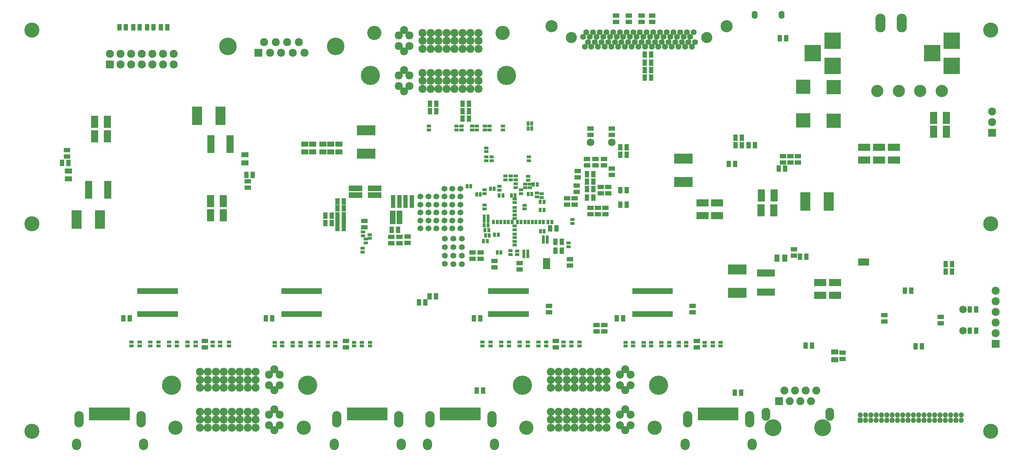
<source format=gbs>
G04 (created by PCBNEW (2013-07-07 BZR 4022)-stable) date 6/4/2014 10:32:15 AM*
%MOIN*%
G04 Gerber Fmt 3.4, Leading zero omitted, Abs format*
%FSLAX34Y34*%
G01*
G70*
G90*
G04 APERTURE LIST*
%ADD10C,0.00590551*%
%ADD11C,0.165748*%
%ADD12R,0.075748X0.075748*%
%ADD13C,0.075748*%
%ADD14C,0.115748*%
%ADD15R,0.133848X0.133858*%
%ADD16C,0.0551181*%
%ADD17C,0.104331*%
%ADD18C,0.114173*%
%ADD19C,0.141752*%
%ADD20C,0.159448*%
%ADD21R,0.074848X0.074848*%
%ADD22C,0.074848*%
%ADD23O,0.0826772X0.122047*%
%ADD24R,0.060748X0.040748*%
%ADD25O,0.095748X0.175748*%
%ADD26R,0.040748X0.060748*%
%ADD27R,0.070748X0.165748*%
%ADD28R,0.065748X0.115748*%
%ADD29R,0.070748X0.050748*%
%ADD30R,0.095748X0.175748*%
%ADD31C,0.181102*%
%ADD32C,0.133858*%
%ADD33R,0.025948X0.055148*%
%ADD34R,0.025948X0.0551181*%
%ADD35R,0.035748X0.051748*%
%ADD36R,0.051748X0.035748*%
%ADD37R,0.039348X0.031448*%
%ADD38R,0.031448X0.039348*%
%ADD39O,0.0551181X0.075748*%
%ADD40C,0.071748*%
%ADD41C,0.055748*%
%ADD42R,0.028748X0.124016*%
%ADD43O,0.0866142X0.153543*%
%ADD44O,0.0866142X0.108268*%
%ADD45R,0.115748X0.065748*%
%ADD46R,0.050748X0.070748*%
%ADD47R,0.165748X0.070748*%
%ADD48R,0.065748X0.053748*%
%ADD49R,0.153548X0.153548*%
%ADD50R,0.175748X0.095748*%
%ADD51R,0.053748X0.065748*%
%ADD52R,0.049748X0.049748*%
%ADD53C,0.049748*%
%ADD54C,0.050748*%
G04 APERTURE END LIST*
G54D10*
G54D11*
X39734Y-20815D03*
X29606Y-20815D03*
G54D12*
X32456Y-21422D03*
G54D13*
X33556Y-21422D03*
X34606Y-21422D03*
X35706Y-21422D03*
X36806Y-21422D03*
X33006Y-20422D03*
X34106Y-20422D03*
X35156Y-20422D03*
X36256Y-20422D03*
G54D14*
X90660Y-25030D03*
X92687Y-25030D03*
X94695Y-25030D03*
X96722Y-25030D03*
G54D15*
X86580Y-24655D03*
X86580Y-27804D03*
X83700Y-24625D03*
X83700Y-27774D03*
G54D16*
X63308Y-19472D03*
X63938Y-19472D03*
X64568Y-19472D03*
X65198Y-19472D03*
X65828Y-19472D03*
X66458Y-19472D03*
X67088Y-19472D03*
X67718Y-19472D03*
X68348Y-19472D03*
X68978Y-19472D03*
X69607Y-19472D03*
X70237Y-19472D03*
X70867Y-19472D03*
X71497Y-19472D03*
X72127Y-19472D03*
X72757Y-19472D03*
X73387Y-19472D03*
X73080Y-19924D03*
X72450Y-19924D03*
X71820Y-19924D03*
X71190Y-19924D03*
X70560Y-19924D03*
X69930Y-19924D03*
X69300Y-19924D03*
X68670Y-19924D03*
X68040Y-19924D03*
X67410Y-19924D03*
X66780Y-19924D03*
X66150Y-19924D03*
X65520Y-19924D03*
X64891Y-19924D03*
X64261Y-19924D03*
X63631Y-19924D03*
X63001Y-19924D03*
X63466Y-20397D03*
X64096Y-20397D03*
X64726Y-20397D03*
X65355Y-20397D03*
X65985Y-20397D03*
X66615Y-20397D03*
X67245Y-20397D03*
X67875Y-20397D03*
X68505Y-20397D03*
X69135Y-20397D03*
X69765Y-20397D03*
X70395Y-20397D03*
X71025Y-20397D03*
X71655Y-20397D03*
X72285Y-20397D03*
X72915Y-20397D03*
X73544Y-20397D03*
X73230Y-20850D03*
X72600Y-20850D03*
X71970Y-20850D03*
X71340Y-20850D03*
X70080Y-20850D03*
X68190Y-20850D03*
X67560Y-20850D03*
X66930Y-20850D03*
X66300Y-20850D03*
X65670Y-20850D03*
X65040Y-20850D03*
X64410Y-20850D03*
X63780Y-20850D03*
X63150Y-20850D03*
G54D17*
X74635Y-19964D03*
X61909Y-19964D03*
G54D18*
X60030Y-18930D03*
X76515Y-18930D03*
G54D16*
X70710Y-20850D03*
X68820Y-20850D03*
X69450Y-20850D03*
G54D19*
X11168Y-37508D03*
X101331Y-37508D03*
G54D20*
X85523Y-56698D03*
X80850Y-56698D03*
G54D21*
X81435Y-54198D03*
G54D22*
X81935Y-53198D03*
X82435Y-54198D03*
X82935Y-53198D03*
X83435Y-54198D03*
X83935Y-53198D03*
X84435Y-54198D03*
X84935Y-53198D03*
G54D23*
X80185Y-55454D03*
X86185Y-55454D03*
G54D24*
X61750Y-41450D03*
X61750Y-40850D03*
G54D25*
X90962Y-18600D03*
X92962Y-18600D03*
G54D24*
X14450Y-30565D03*
X14450Y-31165D03*
G54D26*
X14000Y-31765D03*
X14600Y-31765D03*
G54D27*
X16500Y-34315D03*
X18300Y-34315D03*
G54D28*
X18250Y-29265D03*
X17050Y-29265D03*
X18250Y-27915D03*
X17050Y-27915D03*
G54D29*
X14600Y-33290D03*
X14600Y-32540D03*
G54D30*
X15360Y-37105D03*
X17560Y-37105D03*
G54D13*
X59950Y-52950D03*
X60700Y-52950D03*
X61450Y-52950D03*
X62200Y-52950D03*
X62950Y-52950D03*
X63700Y-52950D03*
X64450Y-52950D03*
X65200Y-52950D03*
X59950Y-52200D03*
X60700Y-52200D03*
X61450Y-52200D03*
X62200Y-52200D03*
X62950Y-52200D03*
X63700Y-52200D03*
X64450Y-52200D03*
X65200Y-52200D03*
X60700Y-51450D03*
X61450Y-51450D03*
X62200Y-51450D03*
X62950Y-51450D03*
X63700Y-51450D03*
X59950Y-51450D03*
X64450Y-51450D03*
X65200Y-51450D03*
X59950Y-55210D03*
X60700Y-55210D03*
X61450Y-55210D03*
X62200Y-55210D03*
X62950Y-55210D03*
X63700Y-55210D03*
X64450Y-55210D03*
X65200Y-55210D03*
X59950Y-55960D03*
X60700Y-55960D03*
X61450Y-55960D03*
X62200Y-55960D03*
X62950Y-55960D03*
X63700Y-55960D03*
X64450Y-55960D03*
X65200Y-55960D03*
X59950Y-56710D03*
X60700Y-56710D03*
X61450Y-56710D03*
X62200Y-56710D03*
X62950Y-56710D03*
X63700Y-56710D03*
X64450Y-56710D03*
X65200Y-56710D03*
X66950Y-51206D03*
X66950Y-53194D03*
X66950Y-54966D03*
X66950Y-56954D03*
X66450Y-51706D03*
X67450Y-51706D03*
X66450Y-55466D03*
X67450Y-55466D03*
X66450Y-52706D03*
X66450Y-56466D03*
X67450Y-52706D03*
X67450Y-56466D03*
G54D31*
X70097Y-52706D03*
X57302Y-52706D03*
G54D32*
X57656Y-56710D03*
X69743Y-56710D03*
G54D33*
X54211Y-43863D03*
X54408Y-43863D03*
X54605Y-43863D03*
G54D34*
X54801Y-43863D03*
G54D33*
X54998Y-43863D03*
X55195Y-43863D03*
X55392Y-43863D03*
X55589Y-43863D03*
X55786Y-43863D03*
X55983Y-43863D03*
X56179Y-43863D03*
X56376Y-43863D03*
X56573Y-43863D03*
X56770Y-43863D03*
X56967Y-43863D03*
X57164Y-43863D03*
X57360Y-43863D03*
X57557Y-43863D03*
X57754Y-43863D03*
X56967Y-46028D03*
X57164Y-46028D03*
X57360Y-46028D03*
X57557Y-46028D03*
X56770Y-46028D03*
X56573Y-46028D03*
X56376Y-46028D03*
X56179Y-46028D03*
X55983Y-46028D03*
X55786Y-46028D03*
X55589Y-46028D03*
X55392Y-46028D03*
X55195Y-46028D03*
X54998Y-46028D03*
X54801Y-46028D03*
X57754Y-46028D03*
X54605Y-46028D03*
X54408Y-46028D03*
X54211Y-46028D03*
G54D24*
X45718Y-38737D03*
X45718Y-39337D03*
X44957Y-39333D03*
X44957Y-38733D03*
X46501Y-39312D03*
X46501Y-38712D03*
G54D26*
X44999Y-38088D03*
X45599Y-38088D03*
G54D24*
X42435Y-37259D03*
X42435Y-37859D03*
G54D26*
X40500Y-37300D03*
X39900Y-37300D03*
X40500Y-37900D03*
X39900Y-37900D03*
G54D35*
X41128Y-34814D03*
X41128Y-34186D03*
X41443Y-34814D03*
X41443Y-34186D03*
X41757Y-34814D03*
X41757Y-34186D03*
X42072Y-34814D03*
X42072Y-34186D03*
G54D36*
X45722Y-37384D03*
X45094Y-37384D03*
X45722Y-37069D03*
X45094Y-37069D03*
X45722Y-36755D03*
X45094Y-36755D03*
X45722Y-36440D03*
X45094Y-36440D03*
G54D26*
X39900Y-36700D03*
X40500Y-36700D03*
X39903Y-36054D03*
X40503Y-36054D03*
X39903Y-35406D03*
X40503Y-35406D03*
X45720Y-35100D03*
X45120Y-35100D03*
G54D35*
X42928Y-34814D03*
X42928Y-34186D03*
X43243Y-34814D03*
X43243Y-34186D03*
X43557Y-34814D03*
X43557Y-34186D03*
X43872Y-34814D03*
X43872Y-34186D03*
G54D26*
X45720Y-35700D03*
X45120Y-35700D03*
G54D37*
X42267Y-39829D03*
X42267Y-40183D03*
X42567Y-39299D03*
X42567Y-38945D03*
X42295Y-38295D03*
X42295Y-38649D03*
X42947Y-38531D03*
X42947Y-38885D03*
G54D26*
X20350Y-46415D03*
X19750Y-46415D03*
X66770Y-46399D03*
X66170Y-46399D03*
G54D24*
X65700Y-28550D03*
X65700Y-29150D03*
X64150Y-31400D03*
X64150Y-32000D03*
X64950Y-31400D03*
X64950Y-32000D03*
X65700Y-32300D03*
X65700Y-32900D03*
X63350Y-31400D03*
X63350Y-32000D03*
G54D26*
X33780Y-46410D03*
X33180Y-46410D03*
G54D24*
X63700Y-29150D03*
X63700Y-28550D03*
X65350Y-34650D03*
X65350Y-34050D03*
G54D26*
X63358Y-35046D03*
X63958Y-35046D03*
G54D24*
X62400Y-34500D03*
X62400Y-33900D03*
X62500Y-32550D03*
X62500Y-33150D03*
G54D26*
X20700Y-19000D03*
X21300Y-19000D03*
X19400Y-19000D03*
X20000Y-19000D03*
X22000Y-19000D03*
X22600Y-19000D03*
G54D24*
X82832Y-39919D03*
X82832Y-40519D03*
G54D26*
X66500Y-34350D03*
X67100Y-34350D03*
G54D24*
X64400Y-36000D03*
X64400Y-36600D03*
X63700Y-36000D03*
X63700Y-36600D03*
G54D26*
X63950Y-32850D03*
X63350Y-32850D03*
X61000Y-39200D03*
X60400Y-39200D03*
G54D24*
X62200Y-35100D03*
X62200Y-35700D03*
X61500Y-35700D03*
X61500Y-35100D03*
G54D26*
X63950Y-33550D03*
X63350Y-33550D03*
X63950Y-34250D03*
X63350Y-34250D03*
X67100Y-35700D03*
X66500Y-35700D03*
G54D24*
X73700Y-48543D03*
X73700Y-49143D03*
X60429Y-48540D03*
X60429Y-49140D03*
X40701Y-48549D03*
X40701Y-49149D03*
X27439Y-48540D03*
X27439Y-49140D03*
G54D38*
X59277Y-37350D03*
X58923Y-37350D03*
G54D37*
X58673Y-34619D03*
X58673Y-34973D03*
X59093Y-34692D03*
X59093Y-35046D03*
G54D38*
X57793Y-40136D03*
X57439Y-40136D03*
G54D37*
X56680Y-33377D03*
X56680Y-33023D03*
G54D38*
X59273Y-38800D03*
X59627Y-38800D03*
G54D37*
X53749Y-35748D03*
X53749Y-36102D03*
G54D38*
X54057Y-37209D03*
X53703Y-37209D03*
X57793Y-40552D03*
X57439Y-40552D03*
G54D37*
X57182Y-34667D03*
X57182Y-34313D03*
G54D38*
X58963Y-36200D03*
X59317Y-36200D03*
X54917Y-40222D03*
X55271Y-40222D03*
X58994Y-38222D03*
X59348Y-38222D03*
G54D39*
X81653Y-17862D03*
X79121Y-17862D03*
G54D40*
X63691Y-29852D03*
X65691Y-29852D03*
G54D33*
X67756Y-43863D03*
X67953Y-43863D03*
X68150Y-43863D03*
G54D34*
X68347Y-43863D03*
G54D33*
X68544Y-43863D03*
X68741Y-43863D03*
X68938Y-43863D03*
X69134Y-43863D03*
X69331Y-43863D03*
X69528Y-43863D03*
X69725Y-43863D03*
X69922Y-43863D03*
X70119Y-43863D03*
X70316Y-43863D03*
X70512Y-43863D03*
X70709Y-43863D03*
X70906Y-43863D03*
X71103Y-43863D03*
X71300Y-43863D03*
X70512Y-46028D03*
X70709Y-46028D03*
X70906Y-46028D03*
X71103Y-46028D03*
X70316Y-46028D03*
X70119Y-46028D03*
X69922Y-46028D03*
X69725Y-46028D03*
X69528Y-46028D03*
X69331Y-46028D03*
X69134Y-46028D03*
X68938Y-46028D03*
X68741Y-46028D03*
X68544Y-46028D03*
X68347Y-46028D03*
X71300Y-46028D03*
X68150Y-46028D03*
X67953Y-46028D03*
X67756Y-46028D03*
X21211Y-43863D03*
X21407Y-43863D03*
X21604Y-43863D03*
G54D34*
X21801Y-43863D03*
G54D33*
X21998Y-43863D03*
X22195Y-43863D03*
X22392Y-43863D03*
X22589Y-43863D03*
X22785Y-43863D03*
X22982Y-43863D03*
X23179Y-43863D03*
X23376Y-43863D03*
X23573Y-43863D03*
X23770Y-43863D03*
X23967Y-43863D03*
X24163Y-43863D03*
X24360Y-43863D03*
X24557Y-43863D03*
X24754Y-43863D03*
X23967Y-46028D03*
X24163Y-46028D03*
X24360Y-46028D03*
X24557Y-46028D03*
X23770Y-46028D03*
X23573Y-46028D03*
X23376Y-46028D03*
X23179Y-46028D03*
X22982Y-46028D03*
X22785Y-46028D03*
X22589Y-46028D03*
X22392Y-46028D03*
X22195Y-46028D03*
X21998Y-46028D03*
X21801Y-46028D03*
X24754Y-46028D03*
X21604Y-46028D03*
X21407Y-46028D03*
X21211Y-46028D03*
X34756Y-43863D03*
X34953Y-43863D03*
X35150Y-43863D03*
G54D34*
X35347Y-43863D03*
G54D33*
X35544Y-43863D03*
X35741Y-43863D03*
X35938Y-43863D03*
X36134Y-43863D03*
X36331Y-43863D03*
X36528Y-43863D03*
X36725Y-43863D03*
X36922Y-43863D03*
X37119Y-43863D03*
X37316Y-43863D03*
X37512Y-43863D03*
X37709Y-43863D03*
X37906Y-43863D03*
X38103Y-43863D03*
X38300Y-43863D03*
X37512Y-46028D03*
X37709Y-46028D03*
X37906Y-46028D03*
X38103Y-46028D03*
X37316Y-46028D03*
X37119Y-46028D03*
X36922Y-46028D03*
X36725Y-46028D03*
X36528Y-46028D03*
X36331Y-46028D03*
X36134Y-46028D03*
X35938Y-46028D03*
X35741Y-46028D03*
X35544Y-46028D03*
X35347Y-46028D03*
X38300Y-46028D03*
X35150Y-46028D03*
X34953Y-46028D03*
X34756Y-46028D03*
G54D38*
X54130Y-38127D03*
X53776Y-38127D03*
X53993Y-39148D03*
X53639Y-39148D03*
X54057Y-36837D03*
X53703Y-36837D03*
X54925Y-37355D03*
X54571Y-37355D03*
G54D41*
X50700Y-34200D03*
X48450Y-37200D03*
X49200Y-37200D03*
X48450Y-36450D03*
X50800Y-39700D03*
X49200Y-37950D03*
X51600Y-38900D03*
X49950Y-37200D03*
X51450Y-34950D03*
X50700Y-35700D03*
X51450Y-35700D03*
X51450Y-37200D03*
X49950Y-34950D03*
X51450Y-34200D03*
X49950Y-34200D03*
X49950Y-35700D03*
X50700Y-34950D03*
X50700Y-36450D03*
X48450Y-34950D03*
X50700Y-37950D03*
X49950Y-37950D03*
X49200Y-34950D03*
X51450Y-36450D03*
X49200Y-35700D03*
X49950Y-36450D03*
X47700Y-34950D03*
X51450Y-37950D03*
X50700Y-37200D03*
X50800Y-38900D03*
X50000Y-39700D03*
X51600Y-40500D03*
X51600Y-39700D03*
X50800Y-40500D03*
X47700Y-36450D03*
X47700Y-37200D03*
X49200Y-36450D03*
X48450Y-35700D03*
X47700Y-35700D03*
X49993Y-41296D03*
X50000Y-38900D03*
X50803Y-41301D03*
X50000Y-40500D03*
X51600Y-41300D03*
X47700Y-37950D03*
X48450Y-37950D03*
G54D38*
X54681Y-38563D03*
X55035Y-38563D03*
X54173Y-38628D03*
X53819Y-38628D03*
X53340Y-34731D03*
X52986Y-34731D03*
G54D13*
X53150Y-23300D03*
X52400Y-23300D03*
X51650Y-23300D03*
X50900Y-23300D03*
X50150Y-23300D03*
X49400Y-23300D03*
X48650Y-23300D03*
X47900Y-23300D03*
X53150Y-24050D03*
X52400Y-24050D03*
X51650Y-24050D03*
X50900Y-24050D03*
X50150Y-24050D03*
X49400Y-24050D03*
X48650Y-24050D03*
X47900Y-24050D03*
X52400Y-24800D03*
X51650Y-24800D03*
X50900Y-24800D03*
X50150Y-24800D03*
X49400Y-24800D03*
X53150Y-24800D03*
X48650Y-24800D03*
X47900Y-24800D03*
X53150Y-21040D03*
X52400Y-21040D03*
X51650Y-21040D03*
X50900Y-21040D03*
X50150Y-21040D03*
X49400Y-21040D03*
X48650Y-21040D03*
X47900Y-21040D03*
X53150Y-20290D03*
X52400Y-20290D03*
X51650Y-20290D03*
X50900Y-20290D03*
X50150Y-20290D03*
X49400Y-20290D03*
X48650Y-20290D03*
X47900Y-20290D03*
X53150Y-19540D03*
X52400Y-19540D03*
X51650Y-19540D03*
X50900Y-19540D03*
X50150Y-19540D03*
X49400Y-19540D03*
X48650Y-19540D03*
X47900Y-19540D03*
X46150Y-25044D03*
X46150Y-23056D03*
X46150Y-21284D03*
X46150Y-19296D03*
X46650Y-24544D03*
X45650Y-24544D03*
X46650Y-20784D03*
X45650Y-20784D03*
X46650Y-23544D03*
X46650Y-19784D03*
X45650Y-23544D03*
X45650Y-19784D03*
G54D31*
X43002Y-23544D03*
X55797Y-23544D03*
G54D32*
X55443Y-19540D03*
X43356Y-19540D03*
G54D26*
X53336Y-46399D03*
X52736Y-46399D03*
G54D13*
X26950Y-52950D03*
X27700Y-52950D03*
X28450Y-52950D03*
X29200Y-52950D03*
X29950Y-52950D03*
X30700Y-52950D03*
X31450Y-52950D03*
X32200Y-52950D03*
X26950Y-52200D03*
X27700Y-52200D03*
X28450Y-52200D03*
X29200Y-52200D03*
X29950Y-52200D03*
X30700Y-52200D03*
X31450Y-52200D03*
X32200Y-52200D03*
X27700Y-51450D03*
X28450Y-51450D03*
X29200Y-51450D03*
X29950Y-51450D03*
X30700Y-51450D03*
X26950Y-51450D03*
X31450Y-51450D03*
X32200Y-51450D03*
X26950Y-55210D03*
X27700Y-55210D03*
X28450Y-55210D03*
X29200Y-55210D03*
X29950Y-55210D03*
X30700Y-55210D03*
X31450Y-55210D03*
X32200Y-55210D03*
X26950Y-55960D03*
X27700Y-55960D03*
X28450Y-55960D03*
X29200Y-55960D03*
X29950Y-55960D03*
X30700Y-55960D03*
X31450Y-55960D03*
X32200Y-55960D03*
X26950Y-56710D03*
X27700Y-56710D03*
X28450Y-56710D03*
X29200Y-56710D03*
X29950Y-56710D03*
X30700Y-56710D03*
X31450Y-56710D03*
X32200Y-56710D03*
X33950Y-51206D03*
X33950Y-53194D03*
X33950Y-54966D03*
X33950Y-56954D03*
X33450Y-51706D03*
X34450Y-51706D03*
X33450Y-55466D03*
X34450Y-55466D03*
X33450Y-52706D03*
X33450Y-56466D03*
X34450Y-52706D03*
X34450Y-56466D03*
G54D31*
X37097Y-52706D03*
X24302Y-52706D03*
G54D32*
X24656Y-56710D03*
X36743Y-56710D03*
G54D42*
X18450Y-55414D03*
X18253Y-55414D03*
X18056Y-55414D03*
X17859Y-55414D03*
X17662Y-55414D03*
X17465Y-55414D03*
X17268Y-55414D03*
X17072Y-55414D03*
X16875Y-55414D03*
X16678Y-55414D03*
X18646Y-55414D03*
X18843Y-55414D03*
X19040Y-55414D03*
X19237Y-55414D03*
X19434Y-55414D03*
X19631Y-55414D03*
X19827Y-55414D03*
X20024Y-55414D03*
X20221Y-55414D03*
G54D43*
X21422Y-55926D03*
X15595Y-55926D03*
G54D44*
X21658Y-58272D03*
X15359Y-58272D03*
G54D42*
X42700Y-55414D03*
X42503Y-55414D03*
X42306Y-55414D03*
X42109Y-55414D03*
X41912Y-55414D03*
X41715Y-55414D03*
X41518Y-55414D03*
X41322Y-55414D03*
X41125Y-55414D03*
X40928Y-55414D03*
X42896Y-55414D03*
X43093Y-55414D03*
X43290Y-55414D03*
X43487Y-55414D03*
X43684Y-55414D03*
X43881Y-55414D03*
X44077Y-55414D03*
X44274Y-55414D03*
X44471Y-55414D03*
G54D43*
X45672Y-55926D03*
X39845Y-55926D03*
G54D44*
X45908Y-58272D03*
X39609Y-58272D03*
G54D42*
X75700Y-55414D03*
X75503Y-55414D03*
X75306Y-55414D03*
X75109Y-55414D03*
X74912Y-55414D03*
X74715Y-55414D03*
X74518Y-55414D03*
X74322Y-55414D03*
X74125Y-55414D03*
X73928Y-55414D03*
X75896Y-55414D03*
X76093Y-55414D03*
X76290Y-55414D03*
X76487Y-55414D03*
X76684Y-55414D03*
X76881Y-55414D03*
X77077Y-55414D03*
X77274Y-55414D03*
X77471Y-55414D03*
G54D43*
X78672Y-55926D03*
X72845Y-55926D03*
G54D44*
X78908Y-58272D03*
X72609Y-58272D03*
G54D42*
X51450Y-55414D03*
X51253Y-55414D03*
X51056Y-55414D03*
X50859Y-55414D03*
X50662Y-55414D03*
X50465Y-55414D03*
X50268Y-55414D03*
X50072Y-55414D03*
X49875Y-55414D03*
X49678Y-55414D03*
X51646Y-55414D03*
X51843Y-55414D03*
X52040Y-55414D03*
X52237Y-55414D03*
X52434Y-55414D03*
X52631Y-55414D03*
X52827Y-55414D03*
X53024Y-55414D03*
X53221Y-55414D03*
G54D43*
X54422Y-55926D03*
X48595Y-55926D03*
G54D44*
X54658Y-58272D03*
X48359Y-58272D03*
G54D38*
X54057Y-37662D03*
X53703Y-37662D03*
G54D37*
X57820Y-33397D03*
X57820Y-33043D03*
X56792Y-40067D03*
X56792Y-40421D03*
G54D38*
X59327Y-35450D03*
X58973Y-35450D03*
G54D37*
X53736Y-34674D03*
X53736Y-34320D03*
G54D38*
X55627Y-37350D03*
X55273Y-37350D03*
X57523Y-37350D03*
X57877Y-37350D03*
G54D37*
X56550Y-38473D03*
X56550Y-38827D03*
X56550Y-36673D03*
X56550Y-37027D03*
G54D38*
X57818Y-34701D03*
X58172Y-34701D03*
G54D37*
X56550Y-36327D03*
X56550Y-35973D03*
G54D38*
X57177Y-37350D03*
X56823Y-37350D03*
X56256Y-34846D03*
X56610Y-34846D03*
G54D37*
X61640Y-39677D03*
X61640Y-39323D03*
X53900Y-30727D03*
X53900Y-30373D03*
G54D38*
X59712Y-37350D03*
X60066Y-37350D03*
G54D37*
X55134Y-34335D03*
X55134Y-33981D03*
G54D38*
X55099Y-34846D03*
X55453Y-34846D03*
X55973Y-37350D03*
X56327Y-37350D03*
G54D37*
X56550Y-38077D03*
X56550Y-37723D03*
X57500Y-35773D03*
X57500Y-36127D03*
X56550Y-35173D03*
X56550Y-35527D03*
G54D38*
X58223Y-37350D03*
X58577Y-37350D03*
G54D37*
X56550Y-39173D03*
X56550Y-39527D03*
G54D38*
X59279Y-39173D03*
X59633Y-39173D03*
G54D37*
X56179Y-40058D03*
X56179Y-40412D03*
G54D45*
X74230Y-36750D03*
X74230Y-35550D03*
G54D28*
X79734Y-36235D03*
X80934Y-36235D03*
X79756Y-34855D03*
X80956Y-34855D03*
G54D24*
X83212Y-31160D03*
X83212Y-31760D03*
G54D26*
X79182Y-30121D03*
X78582Y-30121D03*
X77922Y-29413D03*
X77322Y-29413D03*
X77292Y-31893D03*
X76692Y-31893D03*
X82016Y-32326D03*
X81416Y-32326D03*
X83995Y-40610D03*
X83395Y-40610D03*
G54D24*
X81795Y-31760D03*
X81795Y-31160D03*
G54D26*
X77322Y-30121D03*
X77922Y-30121D03*
G54D24*
X82504Y-31760D03*
X82504Y-31160D03*
G54D27*
X29788Y-30016D03*
X27988Y-30016D03*
G54D29*
X31200Y-31015D03*
X31200Y-31765D03*
G54D24*
X31475Y-34098D03*
X31475Y-33498D03*
G54D28*
X27975Y-36715D03*
X29175Y-36715D03*
G54D45*
X85295Y-43060D03*
X85295Y-44260D03*
X86695Y-43060D03*
X86695Y-44260D03*
G54D46*
X81220Y-40760D03*
X81970Y-40760D03*
G54D47*
X80195Y-42160D03*
X80195Y-43960D03*
G54D26*
X31925Y-32898D03*
X31325Y-32898D03*
G54D28*
X27975Y-35365D03*
X29175Y-35365D03*
G54D29*
X40025Y-30750D03*
X40025Y-30000D03*
X39275Y-30750D03*
X39275Y-30000D03*
X36825Y-30750D03*
X36825Y-30000D03*
X38525Y-30750D03*
X38525Y-30000D03*
X37575Y-30000D03*
X37575Y-30750D03*
G54D45*
X75605Y-36750D03*
X75605Y-35550D03*
G54D28*
X95973Y-27550D03*
X97173Y-27550D03*
G54D45*
X89426Y-30313D03*
X89426Y-31513D03*
G54D28*
X95973Y-28850D03*
X97173Y-28850D03*
G54D45*
X92226Y-30313D03*
X92226Y-31513D03*
X90826Y-30313D03*
X90826Y-31513D03*
G54D24*
X53358Y-40218D03*
X53358Y-40818D03*
X54650Y-41600D03*
X54650Y-41000D03*
G54D26*
X61000Y-40050D03*
X60400Y-40050D03*
G54D24*
X52600Y-40225D03*
X52600Y-40825D03*
G54D48*
X59550Y-41000D03*
X59550Y-41500D03*
G54D49*
X97668Y-22641D03*
X97668Y-20279D03*
X95818Y-21460D03*
X86455Y-22641D03*
X86455Y-20279D03*
X84605Y-21460D03*
G54D12*
X18500Y-22525D03*
G54D13*
X18500Y-21525D03*
X19500Y-22525D03*
X19500Y-21525D03*
X20500Y-22525D03*
X20500Y-21525D03*
X21500Y-22525D03*
X21500Y-21525D03*
X22500Y-22525D03*
X22500Y-21525D03*
X23500Y-22525D03*
X23500Y-21525D03*
X24500Y-22525D03*
X24500Y-21525D03*
G54D50*
X42600Y-30905D03*
X42600Y-28705D03*
X72430Y-31375D03*
X72430Y-33575D03*
G54D30*
X28912Y-27356D03*
X26712Y-27356D03*
G54D50*
X77500Y-41800D03*
X77500Y-44000D03*
G54D30*
X83900Y-35400D03*
X86100Y-35400D03*
G54D24*
X57039Y-41805D03*
X57039Y-41205D03*
G54D26*
X99980Y-45581D03*
X99380Y-45581D03*
X99967Y-47584D03*
X99367Y-47584D03*
X97100Y-42000D03*
X97700Y-42000D03*
G54D24*
X96634Y-46896D03*
X96634Y-46296D03*
G54D26*
X66500Y-31000D03*
X67100Y-31000D03*
X66500Y-30300D03*
X67100Y-30300D03*
X93850Y-43800D03*
X93250Y-43800D03*
G54D12*
X101800Y-48800D03*
G54D13*
X101800Y-47800D03*
X101800Y-46800D03*
X101800Y-45800D03*
X101800Y-44800D03*
X101800Y-43800D03*
G54D40*
X98740Y-45584D03*
X98740Y-47584D03*
G54D26*
X51650Y-27600D03*
X52250Y-27600D03*
X94250Y-49050D03*
X94850Y-49050D03*
G54D24*
X87400Y-50250D03*
X87400Y-49650D03*
G54D26*
X97100Y-41300D03*
X97700Y-41300D03*
G54D24*
X91325Y-46125D03*
X91325Y-46725D03*
G54D26*
X51650Y-26200D03*
X52250Y-26200D03*
X46300Y-35700D03*
X46900Y-35700D03*
X46300Y-35100D03*
X46900Y-35100D03*
X39350Y-37450D03*
X38750Y-37450D03*
X49200Y-26900D03*
X48600Y-26900D03*
X39350Y-36750D03*
X38750Y-36750D03*
X52250Y-26900D03*
X51650Y-26900D03*
G54D37*
X52550Y-28323D03*
X52550Y-28677D03*
X56680Y-34097D03*
X56680Y-33743D03*
X53900Y-31577D03*
X53900Y-31223D03*
X54400Y-31577D03*
X54400Y-31223D03*
X57900Y-31223D03*
X57900Y-31577D03*
G54D38*
X54645Y-34228D03*
X54291Y-34228D03*
G54D37*
X58000Y-34127D03*
X58000Y-33773D03*
X57036Y-48663D03*
X57036Y-49017D03*
X58790Y-48663D03*
X58790Y-49017D03*
X57810Y-48663D03*
X57810Y-49017D03*
X59540Y-48663D03*
X59540Y-49017D03*
X61167Y-48663D03*
X61167Y-49017D03*
X61891Y-48663D03*
X61891Y-49017D03*
X62675Y-48663D03*
X62675Y-49017D03*
X56040Y-48663D03*
X56040Y-49017D03*
X34000Y-48673D03*
X34000Y-49027D03*
X34700Y-48673D03*
X34700Y-49027D03*
X35700Y-48673D03*
X35700Y-49027D03*
X36422Y-48673D03*
X36422Y-49027D03*
X37350Y-48673D03*
X37350Y-49027D03*
X38100Y-48673D03*
X38100Y-49027D03*
X39000Y-48673D03*
X39000Y-49027D03*
X39700Y-48673D03*
X39700Y-49027D03*
X41450Y-48673D03*
X41450Y-49027D03*
X42200Y-48673D03*
X42200Y-49027D03*
X42950Y-48673D03*
X42950Y-49027D03*
X53540Y-48663D03*
X53540Y-49017D03*
X54290Y-48663D03*
X54290Y-49017D03*
X55290Y-48663D03*
X55290Y-49017D03*
X24800Y-48663D03*
X24800Y-49017D03*
X22300Y-48663D03*
X22300Y-49017D03*
X24050Y-48663D03*
X24050Y-49017D03*
X23050Y-48663D03*
X23050Y-49017D03*
X72000Y-48673D03*
X72000Y-49027D03*
X21285Y-48663D03*
X21285Y-49017D03*
X20544Y-48663D03*
X20544Y-49017D03*
X75945Y-48673D03*
X75945Y-49027D03*
X75195Y-48673D03*
X75195Y-49027D03*
X74445Y-48673D03*
X74445Y-49027D03*
X72700Y-48673D03*
X72700Y-49027D03*
X71100Y-48673D03*
X71100Y-49027D03*
X70350Y-48673D03*
X70350Y-49027D03*
X69400Y-48673D03*
X69400Y-49027D03*
X68700Y-48673D03*
X68700Y-49027D03*
X67700Y-48673D03*
X67700Y-49027D03*
X67000Y-48673D03*
X67000Y-49027D03*
X29684Y-48663D03*
X29684Y-49017D03*
X28881Y-48663D03*
X28881Y-49017D03*
X28166Y-48663D03*
X28166Y-49017D03*
X25800Y-48663D03*
X25800Y-49017D03*
X26550Y-48663D03*
X26550Y-49017D03*
G54D26*
X59883Y-37962D03*
X60483Y-37962D03*
G54D37*
X55470Y-28677D03*
X55470Y-28323D03*
X54200Y-28677D03*
X54200Y-28323D03*
X51100Y-28677D03*
X51100Y-28323D03*
X48500Y-28677D03*
X48500Y-28323D03*
X53000Y-28677D03*
X53000Y-28323D03*
G54D26*
X48568Y-44356D03*
X49168Y-44356D03*
G54D24*
X67300Y-17900D03*
X67300Y-18500D03*
X66100Y-17900D03*
X66100Y-18500D03*
G54D26*
X68800Y-21587D03*
X69400Y-21587D03*
X68800Y-22337D03*
X69400Y-22337D03*
X68800Y-23037D03*
X69400Y-23037D03*
X68800Y-23737D03*
X69400Y-23737D03*
X23300Y-19000D03*
X23900Y-19000D03*
G54D24*
X68500Y-17900D03*
X68500Y-18500D03*
X65100Y-36600D03*
X65100Y-36000D03*
X64650Y-34050D03*
X64650Y-34650D03*
G54D26*
X82102Y-20048D03*
X81502Y-20048D03*
G54D24*
X69500Y-17900D03*
X69500Y-18500D03*
G54D26*
X77850Y-53400D03*
X77250Y-53400D03*
G54D24*
X59800Y-45250D03*
X59800Y-45850D03*
X73300Y-45250D03*
X73300Y-45850D03*
G54D26*
X53600Y-53200D03*
X53000Y-53200D03*
G54D24*
X64250Y-47050D03*
X64250Y-47650D03*
X65000Y-47050D03*
X65000Y-47650D03*
G54D26*
X48600Y-26200D03*
X49200Y-26200D03*
G54D12*
X101450Y-28950D03*
G54D13*
X101450Y-27950D03*
X101450Y-26950D03*
G54D51*
X89140Y-41106D03*
X89640Y-41106D03*
G54D29*
X86650Y-50325D03*
X86650Y-49575D03*
G54D38*
X57823Y-28075D03*
X58177Y-28075D03*
X57823Y-28550D03*
X58177Y-28550D03*
G54D26*
X83940Y-48964D03*
X84540Y-48964D03*
G54D37*
X61990Y-37113D03*
X61990Y-37467D03*
X53750Y-28677D03*
X53750Y-28323D03*
X51570Y-28677D03*
X51570Y-28323D03*
X57550Y-34127D03*
X57550Y-33773D03*
G54D38*
X58348Y-33800D03*
X58702Y-33800D03*
X52446Y-33972D03*
X52092Y-33972D03*
G54D37*
X56200Y-33377D03*
X56200Y-33023D03*
X55700Y-33377D03*
X55700Y-33023D03*
G54D19*
X101331Y-19268D03*
X101331Y-57031D03*
X11168Y-57031D03*
X11168Y-19268D03*
G54D26*
X47562Y-44907D03*
X48162Y-44907D03*
G54D52*
X89050Y-56000D03*
G54D53*
X89050Y-55500D03*
X89550Y-56000D03*
X89550Y-55500D03*
X90050Y-56000D03*
X90050Y-55500D03*
X90550Y-56000D03*
X90550Y-55500D03*
X91050Y-56000D03*
X91050Y-55500D03*
X91550Y-56000D03*
X91550Y-55500D03*
X92050Y-56000D03*
X92050Y-55500D03*
X92550Y-56000D03*
X92550Y-55500D03*
X93050Y-56000D03*
X93050Y-55500D03*
X93550Y-56000D03*
X93550Y-55500D03*
X94050Y-56000D03*
X94050Y-55500D03*
X94550Y-56000D03*
X94550Y-55500D03*
X95050Y-56000D03*
X95050Y-55500D03*
X95550Y-56000D03*
X95550Y-55500D03*
X96050Y-56000D03*
X96050Y-55500D03*
X96550Y-56000D03*
G54D54*
X96550Y-55500D03*
G54D53*
X97050Y-56000D03*
X97050Y-55500D03*
X97550Y-56000D03*
X97550Y-55500D03*
X98050Y-56000D03*
X98050Y-55500D03*
X98550Y-56000D03*
X98550Y-55500D03*
M02*

</source>
